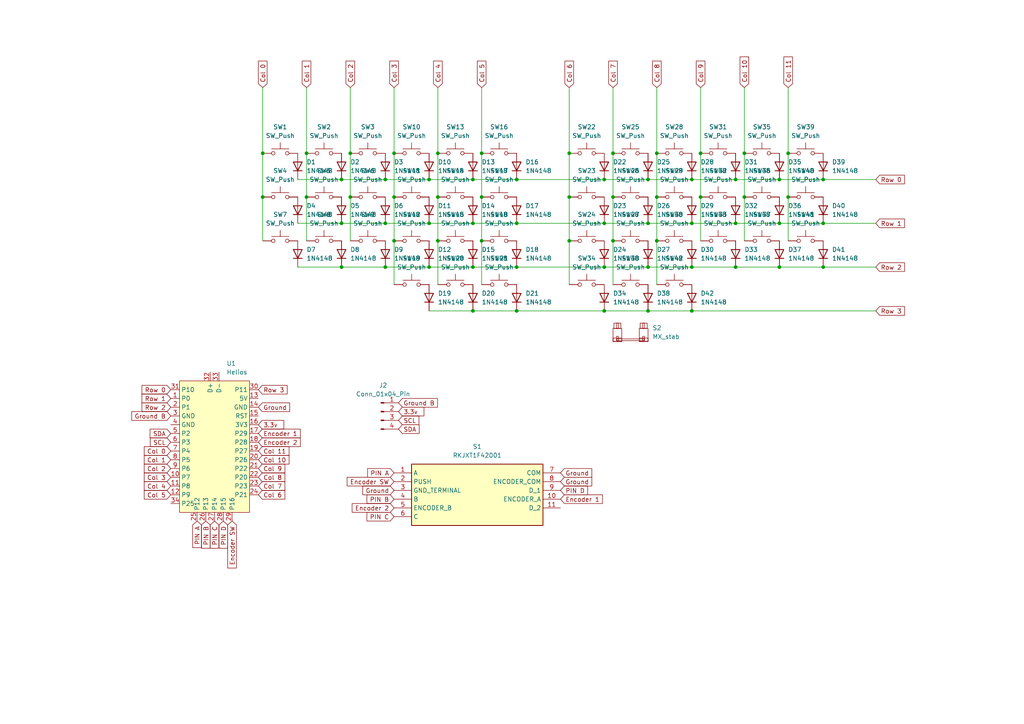
<source format=kicad_sch>
(kicad_sch (version 20231120) (generator "eeschema") (generator_version "8.0")
  (paper "A4")
  (lib_symbols
    (symbol "Connector:Conn_01x04_Pin" (pin_names (offset 1.016) hide)
      (property "Reference" "J" (at 0 5.08 0))
      (property "Value" "Conn_01x04_Pin" (at 0 -7.62 0))
      (symbol "Conn_01x04_Pin_1_1"
        (polyline (pts (xy 1.27 -5.08) (xy 0.8636 -5.08)) (stroke (width 0.1524)))
        (polyline (pts (xy 1.27 -2.54) (xy 0.8636 -2.54)) (stroke (width 0.1524)))
        (polyline (pts (xy 1.27 0) (xy 0.8636 0)) (stroke (width 0.1524)))
        (polyline (pts (xy 1.27 2.54) (xy 0.8636 2.54)) (stroke (width 0.1524)))
        (rectangle (start 0.8636 -4.953) (end 0 -5.207) (stroke (width 0.1524)) (fill (type outline)))
        (rectangle (start 0.8636 -2.413) (end 0 -2.667) (stroke (width 0.1524)) (fill (type outline)))
        (rectangle (start 0.8636 0.127) (end 0 -0.127) (stroke (width 0.1524)) (fill (type outline)))
        (rectangle (start 0.8636 2.667) (end 0 2.413) (stroke (width 0.1524)) (fill (type outline)))
        (pin passive line (at 5.08 2.54 180) (length 3.81) (name "Pin_1") (number "1"))
        (pin passive line (at 5.08 0 180) (length 3.81) (name "Pin_2") (number "2"))
        (pin passive line (at 5.08 -2.54 180) (length 3.81) (name "Pin_3") (number "3"))
        (pin passive line (at 5.08 -5.08 180) (length 3.81) (name "Pin_4") (number "4"))
      )
    )
    (symbol "Diode:1N4148" (pin_numbers hide) (pin_names hide)
      (property "Reference" "D" (at 0 2.54 0))
      (property "Value" "1N4148" (at 0 -2.54 0))
      (symbol "1N4148_0_1"
        (polyline (pts (xy -1.27 1.27) (xy -1.27 -1.27)) (stroke (width 0.254)))
        (polyline (pts (xy 1.27 0) (xy -1.27 0)))
        (polyline (pts (xy 1.27 1.27) (xy 1.27 -1.27) (xy -1.27 0) (xy 1.27 1.27)) (stroke (width 0.254)))
      )
      (symbol "1N4148_1_1"
        (pin passive line (at -3.81 0 0) (length 2.54) (name "K") (number "1"))
        (pin passive line (at 3.81 0 180) (length 2.54) (name "A") (number "2"))
      )
    )
    (symbol "PCM_marbastlib-mx:MX_stab" (pin_names (offset 1.016))
      (property "Reference" "S" (at -5.08 6.35 0))
      (property "Value" "MX_stab" (at -5.08 3.81 0))
      (symbol "MX_stab_0_1"
        (rectangle (start -5.08 -1.524) (end -2.54 -2.54))
        (rectangle (start -5.08 1.27) (end -2.54 -2.54))
        (rectangle (start -4.826 2.794) (end -2.794 1.27))
        (rectangle (start -4.064 -2.286) (end -3.556 -1.016))
        (rectangle (start -4.064 -1.778) (end 4.064 -2.286))
        (rectangle (start -4.064 1.27) (end -3.556 2.794))
        (rectangle (start 2.54 -1.524) (end 5.08 -2.54))
        (rectangle (start 2.54 1.27) (end 5.08 -2.54))
        (rectangle (start 2.794 2.794) (end 4.826 1.27))
        (rectangle (start 3.556 1.27) (end 4.064 2.794))
        (rectangle (start 4.064 -2.286) (end 3.556 -1.016))
      )
    )
    (symbol "PCM_marbastlib-promicroish:Helios" (in_bom no)
      (property "Reference" "U" (at -7.62 22.86 0))
      (property "Value" "Helios" (at -7.62 20.32 0))
      (symbol "Helios_0_0"
        (pin bidirectional line (at -12.7 13.97 0) (length 2.54) (name "P0") (number "1"))
        (pin bidirectional line (at -12.7 -8.89 0) (length 2.54) (name "P7") (number "10"))
        (pin bidirectional line (at -12.7 -11.43 0) (length 2.54) (name "P8") (number "11"))
        (pin bidirectional line (at -12.7 -13.97 0) (length 2.54) (name "P9") (number "12"))
        (pin power_out line (at 12.7 11.43 180) (length 2.54) (name "GND") (number "14"))
        (pin bidirectional line (at 12.7 8.89 180) (length 2.54) (name "RST") (number "15"))
        (pin bidirectional line (at 12.7 3.81 180) (length 2.54) (name "P29") (number "17"))
        (pin bidirectional line (at 12.7 1.27 180) (length 2.54) (name "P28") (number "18"))
        (pin bidirectional line (at 12.7 -1.27 180) (length 2.54) (name "P27") (number "19"))
        (pin bidirectional line (at -12.7 11.43 0) (length 2.54) (name "P1") (number "2"))
        (pin bidirectional line (at 12.7 -3.81 180) (length 2.54) (name "P26") (number "20"))
        (pin bidirectional line (at 12.7 -6.35 180) (length 2.54) (name "P22") (number "21"))
        (pin bidirectional line (at 12.7 -8.89 180) (length 2.54) (name "P20") (number "22"))
        (pin bidirectional line (at 12.7 -11.43 180) (length 2.54) (name "P23") (number "23"))
        (pin bidirectional line (at 12.7 -13.97 180) (length 2.54) (name "P21") (number "24"))
        (pin power_out line (at -12.7 8.89 0) (length 2.54) (name "GND") (number "3"))
        (pin power_out line (at -12.7 6.35 0) (length 2.54) (name "GND") (number "4"))
        (pin bidirectional line (at -12.7 3.81 0) (length 2.54) (name "P2") (number "5"))
        (pin bidirectional line (at -12.7 1.27 0) (length 2.54) (name "P3") (number "6"))
        (pin bidirectional line (at -12.7 -1.27 0) (length 2.54) (name "P4") (number "7"))
        (pin bidirectional line (at -12.7 -3.81 0) (length 2.54) (name "P5") (number "8"))
        (pin bidirectional line (at -12.7 -6.35 0) (length 2.54) (name "P6") (number "9"))
      )
      (symbol "Helios_1_0"
        (pin bidirectional line (at 12.7 13.97 180) (length 2.54) (name "5V") (number "13"))
        (pin power_out line (at 12.7 6.35 180) (length 2.54) (name "3V3") (number "16"))
        (pin bidirectional line (at -5.08 -21.59 90) (length 2.54) (name "P12") (number "25"))
        (pin bidirectional line (at -2.54 -21.59 90) (length 2.54) (name "P13") (number "26"))
        (pin bidirectional line (at 0 -21.59 90) (length 2.54) (name "P14") (number "27"))
        (pin bidirectional line (at 2.54 -21.59 90) (length 2.54) (name "P15") (number "28"))
        (pin bidirectional line (at 5.08 -21.59 90) (length 2.54) (name "P16") (number "29"))
        (pin power_in line (at 12.7 16.51 180) (length 2.54) (name "P11") (number "30"))
        (pin bidirectional line (at -12.7 16.51 0) (length 2.54) (name "P10") (number "31"))
        (pin bidirectional line (at -1.27 21.59 270) (length 2.54) (name "D+") (number "32"))
        (pin bidirectional line (at 1.27 21.59 270) (length 2.54) (name "D-") (number "33"))
        (pin bidirectional line (at -12.7 -16.51 0) (length 2.54) (name "P25") (number "34"))
      )
      (symbol "Helios_1_1"
        (rectangle (start -10.16 19.05) (end 10.16 -19.05) (fill (type background)))
      )
    )
    (symbol "Samacsys:RKJXT1F42001"
      (property "Reference" "S" (at 44.45 7.62 0))
      (property "Value" "RKJXT1F42001" (at 44.45 5.08 0))
      (symbol "RKJXT1F42001_1_1"
        (rectangle (start 5.08 2.54) (end 43.18 -15.24) (stroke (width 0.254)) (fill (type background)))
        (pin passive line (at 0 0 0) (length 5.08) (name "A") (number "1"))
        (pin passive line (at 48.26 -7.62 180) (length 5.08) (name "ENCODER_A") (number "10"))
        (pin passive line (at 48.26 -10.16 180) (length 5.08) (name "D_2") (number "11"))
        (pin passive line (at 0 -2.54 0) (length 5.08) (name "PUSH") (number "2"))
        (pin passive line (at 0 -5.08 0) (length 5.08) (name "GND_TERMINAL") (number "3"))
        (pin passive line (at 0 -7.62 0) (length 5.08) (name "B") (number "4"))
        (pin passive line (at 0 -10.16 0) (length 5.08) (name "ENCODER_B") (number "5"))
        (pin passive line (at 0 -12.7 0) (length 5.08) (name "C") (number "6"))
        (pin passive line (at 48.26 0 180) (length 5.08) (name "COM") (number "7"))
        (pin passive line (at 48.26 -2.54 180) (length 5.08) (name "ENCODER_COM") (number "8"))
        (pin passive line (at 48.26 -5.08 180) (length 5.08) (name "D_1") (number "9"))
      )
    )
    (symbol "Switch:SW_Push" (pin_numbers hide) (pin_names (offset 1.016) hide)
      (property "Reference" "SW" (at 1.27 2.54 0))
      (property "Value" "SW_Push" (at 0 -1.524 0))
      (symbol "SW_Push_0_1"
        (circle (center -2.032 0) (radius 0.508))
        (polyline (pts (xy 0 1.27) (xy 0 3.048)))
        (polyline (pts (xy 2.54 1.27) (xy -2.54 1.27)))
        (circle (center 2.032 0) (radius 0.508))
        (pin passive line (at -5.08 0 0) (length 2.54) (name "1") (number "1"))
        (pin passive line (at 5.08 0 180) (length 2.54) (name "2") (number "2"))
      )
    )
  )
  (junction (at 213.36 64.77))
  (junction (at 187.96 52.07))
  (junction (at 175.26 90.17))
  (junction (at 76.2 57.15))
  (junction (at 213.36 77.47))
  (junction (at 88.9 44.45))
  (junction (at 149.86 90.17))
  (junction (at 226.06 77.47))
  (junction (at 200.66 90.17))
  (junction (at 114.3 44.45))
  (junction (at 238.76 52.07))
  (junction (at 137.16 77.47))
  (junction (at 127 69.85))
  (junction (at 175.26 64.77))
  (junction (at 99.06 52.07))
  (junction (at 139.7 69.85))
  (junction (at 200.66 52.07))
  (junction (at 139.7 57.15))
  (junction (at 238.76 64.77))
  (junction (at 139.7 44.45))
  (junction (at 111.76 77.47))
  (junction (at 114.3 57.15))
  (junction (at 101.6 57.15))
  (junction (at 177.8 44.45))
  (junction (at 149.86 64.77))
  (junction (at 177.8 57.15))
  (junction (at 175.26 52.07))
  (junction (at 187.96 77.47))
  (junction (at 137.16 52.07))
  (junction (at 165.1 44.45))
  (junction (at 127 44.45))
  (junction (at 165.1 69.85))
  (junction (at 101.6 44.45))
  (junction (at 213.36 52.07))
  (junction (at 137.16 90.17))
  (junction (at 203.2 44.45))
  (junction (at 228.6 57.15))
  (junction (at 177.8 69.85))
  (junction (at 200.66 64.77))
  (junction (at 228.6 44.45))
  (junction (at 137.16 64.77))
  (junction (at 226.06 64.77))
  (junction (at 190.5 44.45))
  (junction (at 114.3 69.85))
  (junction (at 203.2 57.15))
  (junction (at 149.86 52.07))
  (junction (at 190.5 57.15))
  (junction (at 190.5 69.85))
  (junction (at 127 57.15))
  (junction (at 175.26 77.47))
  (junction (at 200.66 77.47))
  (junction (at 111.76 52.07))
  (junction (at 88.9 57.15))
  (junction (at 187.96 90.17))
  (junction (at 238.76 77.47))
  (junction (at 215.9 57.15))
  (junction (at 165.1 57.15))
  (junction (at 124.46 64.77))
  (junction (at 215.9 44.45))
  (junction (at 124.46 52.07))
  (junction (at 124.46 77.47))
  (junction (at 99.06 64.77))
  (junction (at 76.2 44.45))
  (junction (at 149.86 77.47))
  (junction (at 226.06 52.07))
  (junction (at 111.76 64.77))
  (junction (at 187.96 64.77))
  (junction (at 99.06 77.47))
  (wire (pts (xy 228.6 25.4) (xy 228.6 44.45)))
  (wire (pts (xy 213.36 77.47) (xy 226.06 77.47)))
  (wire (pts (xy 99.06 77.47) (xy 111.76 77.47)))
  (wire (pts (xy 187.96 90.17) (xy 200.66 90.17)))
  (wire (pts (xy 139.7 69.85) (xy 139.7 82.55)))
  (wire (pts (xy 139.7 25.4) (xy 139.7 44.45)))
  (wire (pts (xy 226.06 77.47) (xy 238.76 77.47)))
  (wire (pts (xy 127 44.45) (xy 127 57.15)))
  (wire (pts (xy 190.5 69.85) (xy 190.5 82.55)))
  (wire (pts (xy 165.1 44.45) (xy 165.1 57.15)))
  (wire (pts (xy 114.3 69.85) (xy 114.3 82.55)))
  (wire (pts (xy 200.66 90.17) (xy 254 90.17)))
  (wire (pts (xy 88.9 44.45) (xy 88.9 57.15)))
  (wire (pts (xy 149.86 64.77) (xy 175.26 64.77)))
  (wire (pts (xy 175.26 52.07) (xy 187.96 52.07)))
  (wire (pts (xy 111.76 64.77) (xy 124.46 64.77)))
  (wire (pts (xy 190.5 25.4) (xy 190.5 44.45)))
  (wire (pts (xy 200.66 77.47) (xy 213.36 77.47)))
  (wire (pts (xy 149.86 77.47) (xy 175.26 77.47)))
  (wire (pts (xy 175.26 77.47) (xy 187.96 77.47)))
  (wire (pts (xy 124.46 77.47) (xy 137.16 77.47)))
  (wire (pts (xy 76.2 44.45) (xy 76.2 57.15)))
  (wire (pts (xy 127 57.15) (xy 127 69.85)))
  (wire (pts (xy 215.9 57.15) (xy 215.9 69.85)))
  (wire (pts (xy 137.16 77.47) (xy 149.86 77.47)))
  (wire (pts (xy 177.8 25.4) (xy 177.8 44.45)))
  (wire (pts (xy 177.8 44.45) (xy 177.8 57.15)))
  (wire (pts (xy 213.36 64.77) (xy 226.06 64.77)))
  (wire (pts (xy 254 52.07) (xy 238.76 52.07)))
  (wire (pts (xy 76.2 57.15) (xy 76.2 69.85)))
  (wire (pts (xy 111.76 52.07) (xy 124.46 52.07)))
  (wire (pts (xy 238.76 77.47) (xy 254 77.47)))
  (wire (pts (xy 124.46 64.77) (xy 137.16 64.77)))
  (wire (pts (xy 215.9 44.45) (xy 215.9 57.15)))
  (wire (pts (xy 200.66 52.07) (xy 213.36 52.07)))
  (wire (pts (xy 213.36 52.07) (xy 226.06 52.07)))
  (wire (pts (xy 187.96 64.77) (xy 200.66 64.77)))
  (wire (pts (xy 165.1 25.4) (xy 165.1 44.45)))
  (wire (pts (xy 139.7 44.45) (xy 139.7 57.15)))
  (wire (pts (xy 88.9 25.4) (xy 88.9 44.45)))
  (wire (pts (xy 149.86 52.07) (xy 175.26 52.07)))
  (wire (pts (xy 88.9 57.15) (xy 88.9 69.85)))
  (wire (pts (xy 86.36 52.07) (xy 99.06 52.07)))
  (wire (pts (xy 99.06 64.77) (xy 111.76 64.77)))
  (wire (pts (xy 149.86 90.17) (xy 175.26 90.17)))
  (wire (pts (xy 203.2 25.4) (xy 203.2 44.45)))
  (wire (pts (xy 114.3 25.4) (xy 114.3 44.45)))
  (wire (pts (xy 228.6 44.45) (xy 228.6 57.15)))
  (wire (pts (xy 165.1 69.85) (xy 165.1 82.55)))
  (wire (pts (xy 114.3 57.15) (xy 114.3 69.85)))
  (wire (pts (xy 101.6 44.45) (xy 101.6 57.15)))
  (wire (pts (xy 99.06 52.07) (xy 111.76 52.07)))
  (wire (pts (xy 111.76 77.47) (xy 124.46 77.47)))
  (wire (pts (xy 203.2 44.45) (xy 203.2 57.15)))
  (wire (pts (xy 226.06 64.77) (xy 238.76 64.77)))
  (wire (pts (xy 139.7 57.15) (xy 139.7 69.85)))
  (wire (pts (xy 137.16 90.17) (xy 149.86 90.17)))
  (wire (pts (xy 124.46 90.17) (xy 137.16 90.17)))
  (wire (pts (xy 101.6 25.4) (xy 101.6 44.45)))
  (wire (pts (xy 200.66 64.77) (xy 213.36 64.77)))
  (wire (pts (xy 228.6 57.15) (xy 228.6 69.85)))
  (wire (pts (xy 86.36 64.77) (xy 99.06 64.77)))
  (wire (pts (xy 203.2 57.15) (xy 203.2 69.85)))
  (wire (pts (xy 165.1 57.15) (xy 165.1 69.85)))
  (wire (pts (xy 114.3 44.45) (xy 114.3 57.15)))
  (wire (pts (xy 215.9 25.4) (xy 215.9 44.45)))
  (wire (pts (xy 76.2 25.4) (xy 76.2 44.45)))
  (wire (pts (xy 127 69.85) (xy 127 82.55)))
  (wire (pts (xy 124.46 52.07) (xy 137.16 52.07)))
  (wire (pts (xy 238.76 64.77) (xy 254 64.77)))
  (wire (pts (xy 137.16 64.77) (xy 149.86 64.77)))
  (wire (pts (xy 175.26 64.77) (xy 187.96 64.77)))
  (wire (pts (xy 101.6 57.15) (xy 101.6 69.85)))
  (wire (pts (xy 190.5 57.15) (xy 190.5 69.85)))
  (wire (pts (xy 187.96 52.07) (xy 200.66 52.07)))
  (wire (pts (xy 177.8 69.85) (xy 177.8 82.55)))
  (wire (pts (xy 177.8 57.15) (xy 177.8 69.85)))
  (wire (pts (xy 190.5 44.45) (xy 190.5 57.15)))
  (wire (pts (xy 127 25.4) (xy 127 44.45)))
  (wire (pts (xy 187.96 77.47) (xy 200.66 77.47)))
  (wire (pts (xy 137.16 52.07) (xy 149.86 52.07)))
  (wire (pts (xy 226.06 52.07) (xy 238.76 52.07)))
  (wire (pts (xy 175.26 90.17) (xy 187.96 90.17)))
  (wire (pts (xy 86.36 77.47) (xy 99.06 77.47)))
  (global_label "PIN A" (shape input) (at 114.3 137.16 180) (property "Intersheetrefs" "${INTERSHEET_REFS}" (effects (hide yes))))
  (global_label "Col 5" (shape input) (at 49.53 143.51 180) (property "Intersheetrefs" "${INTERSHEET_REFS}" (effects (hide yes))))
  (global_label "Ground" (shape input) (at 162.56 137.16 0) (property "Intersheetrefs" "${INTERSHEET_REFS}" (effects (hide yes))))
  (global_label "Encoder SW" (shape input) (at 114.3 139.7 180) (property "Intersheetrefs" "${INTERSHEET_REFS}" (effects (hide yes))))
  (global_label "Row 1" (shape input) (at 49.53 115.57 180) (property "Intersheetrefs" "${INTERSHEET_REFS}" (effects (hide yes))))
  (global_label "Col 0" (shape input) (at 49.53 130.81 180) (property "Intersheetrefs" "${INTERSHEET_REFS}" (effects (hide yes))))
  (global_label "Col 8" (shape input) (at 190.5 25.4 90) (property "Intersheetrefs" "${INTERSHEET_REFS}" (effects (hide yes))))
  (global_label "Ground B" (shape input) (at 115.57 116.84 0) (property "Intersheetrefs" "${INTERSHEET_REFS}" (effects (hide yes))))
  (global_label "Encoder SW" (shape input) (at 67.31 151.13 270) (property "Intersheetrefs" "${INTERSHEET_REFS}" (effects (hide yes))))
  (global_label "Ground" (shape input) (at 74.93 118.11 0) (property "Intersheetrefs" "${INTERSHEET_REFS}" (effects (hide yes))))
  (global_label "Col 2" (shape input) (at 49.53 135.89 180) (property "Intersheetrefs" "${INTERSHEET_REFS}" (effects (hide yes))))
  (global_label "SDA" (shape input) (at 49.53 125.73 180) (property "Intersheetrefs" "${INTERSHEET_REFS}" (effects (hide yes))))
  (global_label "Col 0" (shape input) (at 76.2 25.4 90) (property "Intersheetrefs" "${INTERSHEET_REFS}" (effects (hide yes))))
  (global_label "Row 2" (shape input) (at 49.53 118.11 180) (property "Intersheetrefs" "${INTERSHEET_REFS}" (effects (hide yes))))
  (global_label "Row 0" (shape input) (at 49.53 113.03 180) (property "Intersheetrefs" "${INTERSHEET_REFS}" (effects (hide yes))))
  (global_label "Encoder 1" (shape input) (at 74.93 125.73 0) (property "Intersheetrefs" "${INTERSHEET_REFS}" (effects (hide yes))))
  (global_label "Col 11" (shape input) (at 74.93 130.81 0) (property "Intersheetrefs" "${INTERSHEET_REFS}" (effects (hide yes))))
  (global_label "PIN A" (shape input) (at 57.15 151.13 270) (property "Intersheetrefs" "${INTERSHEET_REFS}" (effects (hide yes))))
  (global_label "PIN D" (shape input) (at 162.56 142.24 0) (property "Intersheetrefs" "${INTERSHEET_REFS}" (effects (hide yes))))
  (global_label "Col 10" (shape input) (at 74.93 133.35 0) (property "Intersheetrefs" "${INTERSHEET_REFS}" (effects (hide yes))))
  (global_label "PIN C" (shape input) (at 114.3 149.86 180) (property "Intersheetrefs" "${INTERSHEET_REFS}" (effects (hide yes))))
  (global_label "Col 5" (shape input) (at 139.7 25.4 90) (property "Intersheetrefs" "${INTERSHEET_REFS}" (effects (hide yes))))
  (global_label "Col 7" (shape input) (at 74.93 140.97 0) (property "Intersheetrefs" "${INTERSHEET_REFS}" (effects (hide yes))))
  (global_label "Row 3" (shape input) (at 254 90.17 0) (property "Intersheetrefs" "${INTERSHEET_REFS}" (effects (hide yes))))
  (global_label "Col 1" (shape input) (at 49.53 133.35 180) (property "Intersheetrefs" "${INTERSHEET_REFS}" (effects (hide yes))))
  (global_label "Col 2" (shape input) (at 101.6 25.4 90) (property "Intersheetrefs" "${INTERSHEET_REFS}" (effects (hide yes))))
  (global_label "Col 6" (shape input) (at 165.1 25.4 90) (property "Intersheetrefs" "${INTERSHEET_REFS}" (effects (hide yes))))
  (global_label "3.3v " (shape input) (at 74.93 123.19 0) (property "Intersheetrefs" "${INTERSHEET_REFS}" (effects (hide yes))))
  (global_label "Encoder 1" (shape input) (at 162.56 144.78 0) (property "Intersheetrefs" "${INTERSHEET_REFS}" (effects (hide yes))))
  (global_label "Col 10" (shape input) (at 215.9 25.4 90) (property "Intersheetrefs" "${INTERSHEET_REFS}" (effects (hide yes))))
  (global_label "Ground B" (shape input) (at 49.53 120.65 180) (property "Intersheetrefs" "${INTERSHEET_REFS}" (effects (hide yes))))
  (global_label "3.3v " (shape input) (at 115.57 119.38 0) (property "Intersheetrefs" "${INTERSHEET_REFS}" (effects (hide yes))))
  (global_label "Col 9" (shape input) (at 203.2 25.4 90) (property "Intersheetrefs" "${INTERSHEET_REFS}" (effects (hide yes))))
  (global_label "Row 0" (shape input) (at 254 52.07 0) (property "Intersheetrefs" "${INTERSHEET_REFS}" (effects (hide yes))))
  (global_label "Col 3" (shape input) (at 49.53 138.43 180) (property "Intersheetrefs" "${INTERSHEET_REFS}" (effects (hide yes))))
  (global_label "Row 1" (shape input) (at 254 64.77 0) (property "Intersheetrefs" "${INTERSHEET_REFS}" (effects (hide yes))))
  (global_label "Ground" (shape input) (at 114.3 142.24 180) (property "Intersheetrefs" "${INTERSHEET_REFS}" (effects (hide yes))))
  (global_label "PIN B" (shape input) (at 114.3 144.78 180) (property "Intersheetrefs" "${INTERSHEET_REFS}" (effects (hide yes))))
  (global_label "SCL" (shape input) (at 115.57 121.92 0) (property "Intersheetrefs" "${INTERSHEET_REFS}" (effects (hide yes))))
  (global_label "Ground" (shape input) (at 162.56 139.7 0) (property "Intersheetrefs" "${INTERSHEET_REFS}" (effects (hide yes))))
  (global_label "Col 4" (shape input) (at 127 25.4 90) (property "Intersheetrefs" "${INTERSHEET_REFS}" (effects (hide yes))))
  (global_label "Col 6" (shape input) (at 74.93 143.51 0) (property "Intersheetrefs" "${INTERSHEET_REFS}" (effects (hide yes))))
  (global_label "Col 7" (shape input) (at 177.8 25.4 90) (property "Intersheetrefs" "${INTERSHEET_REFS}" (effects (hide yes))))
  (global_label "Col 3" (shape input) (at 114.3 25.4 90) (property "Intersheetrefs" "${INTERSHEET_REFS}" (effects (hide yes))))
  (global_label "PIN B" (shape input) (at 59.69 151.13 270) (property "Intersheetrefs" "${INTERSHEET_REFS}" (effects (hide yes))))
  (global_label "Encoder 2" (shape input) (at 114.3 147.32 180) (property "Intersheetrefs" "${INTERSHEET_REFS}" (effects (hide yes))))
  (global_label "SCL" (shape input) (at 49.53 128.27 180) (property "Intersheetrefs" "${INTERSHEET_REFS}" (effects (hide yes))))
  (global_label "Row 2" (shape input) (at 254 77.47 0) (property "Intersheetrefs" "${INTERSHEET_REFS}" (effects (hide yes))))
  (global_label "PIN C" (shape input) (at 62.23 151.13 270) (property "Intersheetrefs" "${INTERSHEET_REFS}" (effects (hide yes))))
  (global_label "Col 9" (shape input) (at 74.93 135.89 0) (property "Intersheetrefs" "${INTERSHEET_REFS}" (effects (hide yes))))
  (global_label "Row 3" (shape input) (at 74.93 113.03 0) (property "Intersheetrefs" "${INTERSHEET_REFS}" (effects (hide yes))))
  (global_label "PIN D" (shape input) (at 64.77 151.13 270) (property "Intersheetrefs" "${INTERSHEET_REFS}" (effects (hide yes))))
  (global_label "Col 4" (shape input) (at 49.53 140.97 180) (property "Intersheetrefs" "${INTERSHEET_REFS}" (effects (hide yes))))
  (global_label "SDA" (shape input) (at 115.57 124.46 0) (property "Intersheetrefs" "${INTERSHEET_REFS}" (effects (hide yes))))
  (global_label "Col 8" (shape input) (at 74.93 138.43 0) (property "Intersheetrefs" "${INTERSHEET_REFS}" (effects (hide yes))))
  (global_label "Col 1" (shape input) (at 88.9 25.4 90) (property "Intersheetrefs" "${INTERSHEET_REFS}" (effects (hide yes))))
  (global_label "Col 11" (shape input) (at 228.6 25.4 90) (property "Intersheetrefs" "${INTERSHEET_REFS}" (effects (hide yes))))
  (global_label "Encoder 2" (shape input) (at 74.93 128.27 0) (property "Intersheetrefs" "${INTERSHEET_REFS}" (effects (hide yes))))
  (symbol (lib_id "Switch:SW_Push") (at 195.58 44.45 0) (unit 1)
    (property "Reference" "SW28" (at 195.58 36.83 0))
    (property "Value" "SW_Push" (at 195.58 39.37 0))
    (property "Footprint" "PCM_marbastlib-mx:SW_MX_1u" (effects (hide yes)))
  )
  (symbol (lib_id "Diode:1N4148") (at 200.66 60.96 90) (unit 1)
    (property "Reference" "D29" (at 203.2 59.69 90) (effects (justify right)))
    (property "Value" "1N4148" (at 203.2 62.23 90) (effects (justify right)))
    (property "Footprint" "Diode_THT:D_DO-35_SOD27_P7.62mm_Horizontal" (effects (hide yes)))
    (property "Datasheet" "https://assets.nexperia.com/documents/data-sheet/1N4148_1N4448.pdf" (effects (hide yes)))
    (property "Sim.Device" "D" (effects (hide yes)))
    (property "Sim.Pins" "1=K 2=A" (effects (hide yes)))
  )
  (symbol (lib_id "Switch:SW_Push") (at 81.28 69.85 0) (unit 1)
    (property "Reference" "SW7" (at 81.28 62.23 0))
    (property "Value" "SW_Push" (at 81.28 64.77 0))
    (property "Footprint" "PCM_marbastlib-mx:SW_MX_1u" (effects (hide yes)))
  )
  (symbol (lib_id "Diode:1N4148") (at 86.36 48.26 90) (unit 1)
    (property "Reference" "D1" (at 88.9 46.99 90) (effects (justify right)))
    (property "Value" "1N4148" (at 88.9 49.53 90) (effects (justify right)))
    (property "Footprint" "Diode_THT:D_DO-35_SOD27_P7.62mm_Horizontal" (effects (hide yes)))
    (property "Datasheet" "https://assets.nexperia.com/documents/data-sheet/1N4148_1N4448.pdf" (effects (hide yes)))
    (property "Sim.Device" "D" (effects (hide yes)))
    (property "Sim.Pins" "1=K 2=A" (effects (hide yes)))
  )
  (symbol (lib_id "Switch:SW_Push") (at 208.28 57.15 0) (unit 1)
    (property "Reference" "SW32" (at 208.28 49.53 0))
    (property "Value" "SW_Push" (at 208.28 52.07 0))
    (property "Footprint" "PCM_marbastlib-mx:SW_MX_1u" (effects (hide yes)))
  )
  (symbol (lib_id "Samacsys:RKJXT1F42001") (at 114.3 137.16 0) (unit 1)
    (property "Reference" "S1" (at 138.43 129.54 0))
    (property "Value" "RKJXT1F42001" (at 138.43 132.08 0))
    (property "Footprint" "Samacsys:RKJXT1F42001" (effects (hide yes)))
    (property "Datasheet" "http://www.alps.com/prod/info/E/HTML/MultiControl/Switch/RKJXT/RKJXT1F42001.html" (effects (hide yes)))
    (property "Description" "Multi-Directional Switches 4 drectnl swtch cntr push w/ an encoder" (effects (hide yes)))
    (property "Height" "17" (effects (hide yes)))
    (property "Mouser Part Number" "688-RKJXT1F42001" (effects (hide yes)))
    (property "Mouser Price/Stock" "https://www.mouser.co.uk/ProductDetail/Alps-Alpine/RKJXT1F42001?qs=6EGMNY9ZYDTsBzSTrhiL0w%3D%3D" (effects (hide yes)))
    (property "Manufacturer_Name" "ALPS Electric" (effects (hide yes)))
    (property "Manufacturer_Part_Number" "RKJXT1F42001" (effects (hide yes)))
  )
  (symbol (lib_id "PCM_marbastlib-mx:MX_stab") (at 182.88 96.52 0) (unit 1)
    (property "Reference" "S2" (at 189.23 95.1229 0) (effects (justify left)))
    (property "Value" "MX_stab" (at 189.23 97.6629 0) (effects (justify left)))
    (property "Footprint" "PCM_marbastlib-mx:STAB_MX_2u" (effects (hide yes)))
    (property "Description" "Cherry MX-style stabilizer" (effects (hide yes)))
  )
  (symbol (lib_id "Diode:1N4148") (at 137.16 73.66 90) (unit 1)
    (property "Reference" "D15" (at 139.7 72.39 90) (effects (justify right)))
    (property "Value" "1N4148" (at 139.7 74.93 90) (effects (justify right)))
    (property "Footprint" "Diode_THT:D_DO-35_SOD27_P7.62mm_Horizontal" (effects (hide yes)))
    (property "Datasheet" "https://assets.nexperia.com/documents/data-sheet/1N4148_1N4448.pdf" (effects (hide yes)))
    (property "Sim.Device" "D" (effects (hide yes)))
    (property "Sim.Pins" "1=K 2=A" (effects (hide yes)))
  )
  (symbol (lib_id "Diode:1N4148") (at 111.76 60.96 90) (unit 1)
    (property "Reference" "D6" (at 114.3 59.69 90) (effects (justify right)))
    (property "Value" "1N4148" (at 114.3 62.23 90) (effects (justify right)))
    (property "Footprint" "Diode_THT:D_DO-35_SOD27_P7.62mm_Horizontal" (effects (hide yes)))
    (property "Datasheet" "https://assets.nexperia.com/documents/data-sheet/1N4148_1N4448.pdf" (effects (hide yes)))
    (property "Sim.Device" "D" (effects (hide yes)))
    (property "Sim.Pins" "1=K 2=A" (effects (hide yes)))
  )
  (symbol (lib_id "Switch:SW_Push") (at 233.68 57.15 0) (unit 1)
    (property "Reference" "SW40" (at 233.68 49.53 0))
    (property "Value" "SW_Push" (at 233.68 52.07 0))
    (property "Footprint" "PCM_marbastlib-mx:SW_MX_1.5u" (effects (hide yes)))
  )
  (symbol (lib_id "Diode:1N4148") (at 213.36 73.66 90) (unit 1)
    (property "Reference" "D33" (at 215.9 72.39 90) (effects (justify right)))
    (property "Value" "1N4148" (at 215.9 74.93 90) (effects (justify right)))
    (property "Footprint" "Diode_THT:D_DO-35_SOD27_P7.62mm_Horizontal" (effects (hide yes)))
    (property "Datasheet" "https://assets.nexperia.com/documents/data-sheet/1N4148_1N4448.pdf" (effects (hide yes)))
    (property "Sim.Device" "D" (effects (hide yes)))
    (property "Sim.Pins" "1=K 2=A" (effects (hide yes)))
  )
  (symbol (lib_id "Switch:SW_Push") (at 182.88 57.15 0) (unit 1)
    (property "Reference" "SW26" (at 182.88 49.53 0))
    (property "Value" "SW_Push" (at 182.88 52.07 0))
    (property "Footprint" "PCM_marbastlib-mx:SW_MX_1u" (effects (hide yes)))
  )
  (symbol (lib_id "Diode:1N4148") (at 137.16 48.26 90) (unit 1)
    (property "Reference" "D13" (at 139.7 46.99 90) (effects (justify right)))
    (property "Value" "1N4148" (at 139.7 49.53 90) (effects (justify right)))
    (property "Footprint" "Diode_THT:D_DO-35_SOD27_P7.62mm_Horizontal" (effects (hide yes)))
    (property "Datasheet" "https://assets.nexperia.com/documents/data-sheet/1N4148_1N4448.pdf" (effects (hide yes)))
    (property "Sim.Device" "D" (effects (hide yes)))
    (property "Sim.Pins" "1=K 2=A" (effects (hide yes)))
  )
  (symbol (lib_id "Diode:1N4148") (at 137.16 86.36 90) (unit 1)
    (property "Reference" "D20" (at 139.7 85.09 90) (effects (justify right)))
    (property "Value" "1N4148" (at 139.7 87.63 90) (effects (justify right)))
    (property "Footprint" "Diode_THT:D_DO-35_SOD27_P7.62mm_Horizontal" (effects (hide yes)))
    (property "Datasheet" "https://assets.nexperia.com/documents/data-sheet/1N4148_1N4448.pdf" (effects (hide yes)))
    (property "Sim.Device" "D" (effects (hide yes)))
    (property "Sim.Pins" "1=K 2=A" (effects (hide yes)))
  )
  (symbol (lib_id "Switch:SW_Push") (at 119.38 44.45 0) (unit 1)
    (property "Reference" "SW10" (at 119.38 36.83 0))
    (property "Value" "SW_Push" (at 119.38 39.37 0))
    (property "Footprint" "PCM_marbastlib-mx:SW_MX_1u" (effects (hide yes)))
  )
  (symbol (lib_id "Switch:SW_Push") (at 195.58 69.85 0) (unit 1)
    (property "Reference" "SW30" (at 195.58 62.23 0))
    (property "Value" "SW_Push" (at 195.58 64.77 0))
    (property "Footprint" "PCM_marbastlib-mx:SW_MX_1u" (effects (hide yes)))
  )
  (symbol (lib_id "Switch:SW_Push") (at 182.88 82.55 0) (unit 1)
    (property "Reference" "SW38" (at 182.88 74.93 0))
    (property "Value" "SW_Push" (at 182.88 77.47 0))
    (property "Footprint" "PCM_marbastlib-mx:SW_MX_1.75u" (effects (hide yes)))
  )
  (symbol (lib_id "Diode:1N4148") (at 238.76 73.66 90) (unit 1)
    (property "Reference" "D41" (at 241.3 72.39 90) (effects (justify right)))
    (property "Value" "1N4148" (at 241.3 74.93 90) (effects (justify right)))
    (property "Footprint" "Diode_THT:D_DO-35_SOD27_P7.62mm_Horizontal" (effects (hide yes)))
    (property "Datasheet" "https://assets.nexperia.com/documents/data-sheet/1N4148_1N4448.pdf" (effects (hide yes)))
    (property "Sim.Device" "D" (effects (hide yes)))
    (property "Sim.Pins" "1=K 2=A" (effects (hide yes)))
  )
  (symbol (lib_id "Diode:1N4148") (at 149.86 73.66 90) (unit 1)
    (property "Reference" "D18" (at 152.4 72.39 90) (effects (justify right)))
    (property "Value" "1N4148" (at 152.4 74.93 90) (effects (justify right)))
    (property "Footprint" "Diode_THT:D_DO-35_SOD27_P7.62mm_Horizontal" (effects (hide yes)))
    (property "Datasheet" "https://assets.nexperia.com/documents/data-sheet/1N4148_1N4448.pdf" (effects (hide yes)))
    (property "Sim.Device" "D" (effects (hide yes)))
    (property "Sim.Pins" "1=K 2=A" (effects (hide yes)))
  )
  (symbol (lib_id "Switch:SW_Push") (at 144.78 82.55 0) (unit 1)
    (property "Reference" "SW21" (at 144.78 74.93 0))
    (property "Value" "SW_Push" (at 144.78 77.47 0))
    (property "Footprint" "PCM_marbastlib-mx:SW_MX_1u" (effects (hide yes)))
  )
  (symbol (lib_id "Diode:1N4148") (at 99.06 48.26 90) (unit 1)
    (property "Reference" "D2" (at 101.6 46.99 90) (effects (justify right)))
    (property "Value" "1N4148" (at 101.6 49.53 90) (effects (justify right)))
    (property "Footprint" "Diode_THT:D_DO-35_SOD27_P7.62mm_Horizontal" (effects (hide yes)))
    (property "Datasheet" "https://assets.nexperia.com/documents/data-sheet/1N4148_1N4448.pdf" (effects (hide yes)))
    (property "Sim.Device" "D" (effects (hide yes)))
    (property "Sim.Pins" "1=K 2=A" (effects (hide yes)))
  )
  (symbol (lib_id "Switch:SW_Push") (at 195.58 57.15 0) (unit 1)
    (property "Reference" "SW29" (at 195.58 49.53 0))
    (property "Value" "SW_Push" (at 195.58 52.07 0))
    (property "Footprint" "PCM_marbastlib-mx:SW_MX_1u" (effects (hide yes)))
  )
  (symbol (lib_id "Switch:SW_Push") (at 195.58 82.55 0) (unit 1)
    (property "Reference" "SW42" (at 195.58 74.93 0))
    (property "Value" "SW_Push" (at 195.58 77.47 0))
    (property "Footprint" "PCM_marbastlib-mx:SW_MX_1u" (effects (hide yes)))
  )
  (symbol (lib_id "Switch:SW_Push") (at 220.98 44.45 0) (unit 1)
    (property "Reference" "SW35" (at 220.98 36.83 0))
    (property "Value" "SW_Push" (at 220.98 39.37 0))
    (property "Footprint" "PCM_marbastlib-mx:SW_MX_1u" (effects (hide yes)))
  )
  (symbol (lib_id "Diode:1N4148") (at 213.36 48.26 90) (unit 1)
    (property "Reference" "D31" (at 215.9 46.99 90) (effects (justify right)))
    (property "Value" "1N4148" (at 215.9 49.53 90) (effects (justify right)))
    (property "Footprint" "Diode_THT:D_DO-35_SOD27_P7.62mm_Horizontal" (effects (hide yes)))
    (property "Datasheet" "https://assets.nexperia.com/documents/data-sheet/1N4148_1N4448.pdf" (effects (hide yes)))
    (property "Sim.Device" "D" (effects (hide yes)))
    (property "Sim.Pins" "1=K 2=A" (effects (hide yes)))
  )
  (symbol (lib_id "Switch:SW_Push") (at 182.88 44.45 0) (unit 1)
    (property "Reference" "SW25" (at 182.88 36.83 0))
    (property "Value" "SW_Push" (at 182.88 39.37 0))
    (property "Footprint" "PCM_marbastlib-mx:SW_MX_1u" (effects (hide yes)))
  )
  (symbol (lib_id "Diode:1N4148") (at 111.76 48.26 90) (unit 1)
    (property "Reference" "D3" (at 114.3 46.99 90) (effects (justify right)))
    (property "Value" "1N4148" (at 114.3 49.53 90) (effects (justify right)))
    (property "Footprint" "Diode_THT:D_DO-35_SOD27_P7.62mm_Horizontal" (effects (hide yes)))
    (property "Datasheet" "https://assets.nexperia.com/documents/data-sheet/1N4148_1N4448.pdf" (effects (hide yes)))
    (property "Sim.Device" "D" (effects (hide yes)))
    (property "Sim.Pins" "1=K 2=A" (effects (hide yes)))
  )
  (symbol (lib_id "Switch:SW_Push") (at 144.78 44.45 0) (unit 1)
    (property "Reference" "SW16" (at 144.78 36.83 0))
    (property "Value" "SW_Push" (at 144.78 39.37 0))
    (property "Footprint" "PCM_marbastlib-mx:SW_MX_1u" (effects (hide yes)))
  )
  (symbol (lib_id "Diode:1N4148") (at 124.46 60.96 90) (unit 1)
    (property "Reference" "D11" (at 127 59.69 90) (effects (justify right)))
    (property "Value" "1N4148" (at 127 62.23 90) (effects (justify right)))
    (property "Footprint" "Diode_THT:D_DO-35_SOD27_P7.62mm_Horizontal" (effects (hide yes)))
    (property "Datasheet" "https://assets.nexperia.com/documents/data-sheet/1N4148_1N4448.pdf" (effects (hide yes)))
    (property "Sim.Device" "D" (effects (hide yes)))
    (property "Sim.Pins" "1=K 2=A" (effects (hide yes)))
  )
  (symbol (lib_id "Switch:SW_Push") (at 106.68 44.45 0) (unit 1)
    (property "Reference" "SW3" (at 106.68 36.83 0))
    (property "Value" "SW_Push" (at 106.68 39.37 0))
    (property "Footprint" "PCM_marbastlib-mx:SW_MX_1u" (effects (hide yes)))
  )
  (symbol (lib_id "Switch:SW_Push") (at 81.28 57.15 0) (unit 1)
    (property "Reference" "SW4" (at 81.28 49.53 0))
    (property "Value" "SW_Push" (at 81.28 52.07 0))
    (property "Footprint" "PCM_marbastlib-mx:SW_MX_1.25u" (effects (hide yes)))
  )
  (symbol (lib_id "Switch:SW_Push") (at 208.28 69.85 0) (unit 1)
    (property "Reference" "SW33" (at 208.28 62.23 0))
    (property "Value" "SW_Push" (at 208.28 64.77 0))
    (property "Footprint" "PCM_marbastlib-mx:SW_MX_1u" (effects (hide yes)))
  )
  (symbol (lib_id "Diode:1N4148") (at 213.36 60.96 90) (unit 1)
    (property "Reference" "D32" (at 215.9 59.69 90) (effects (justify right)))
    (property "Value" "1N4148" (at 215.9 62.23 90) (effects (justify right)))
    (property "Footprint" "Diode_THT:D_DO-35_SOD27_P7.62mm_Horizontal" (effects (hide yes)))
    (property "Datasheet" "https://assets.nexperia.com/documents/data-sheet/1N4148_1N4448.pdf" (effects (hide yes)))
    (property "Sim.Device" "D" (effects (hide yes)))
    (property "Sim.Pins" "1=K 2=A" (effects (hide yes)))
  )
  (symbol (lib_id "Diode:1N4148") (at 200.66 48.26 90) (unit 1)
    (property "Reference" "D28" (at 203.2 46.99 90) (effects (justify right)))
    (property "Value" "1N4148" (at 203.2 49.53 90) (effects (justify right)))
    (property "Footprint" "Diode_THT:D_DO-35_SOD27_P7.62mm_Horizontal" (effects (hide yes)))
    (property "Datasheet" "https://assets.nexperia.com/documents/data-sheet/1N4148_1N4448.pdf" (effects (hide yes)))
    (property "Sim.Device" "D" (effects (hide yes)))
    (property "Sim.Pins" "1=K 2=A" (effects (hide yes)))
  )
  (symbol (lib_id "Switch:SW_Push") (at 233.68 69.85 0) (unit 1)
    (property "Reference" "SW41" (at 233.68 62.23 0))
    (property "Value" "SW_Push" (at 233.68 64.77 0))
    (property "Footprint" "PCM_marbastlib-mx:SW_MX_1u" (effects (hide yes)))
  )
  (symbol (lib_id "Diode:1N4148") (at 124.46 48.26 90) (unit 1)
    (property "Reference" "D10" (at 127 46.99 90) (effects (justify right)))
    (property "Value" "1N4148" (at 127 49.53 90) (effects (justify right)))
    (property "Footprint" "Diode_THT:D_DO-35_SOD27_P7.62mm_Horizontal" (effects (hide yes)))
    (property "Datasheet" "https://assets.nexperia.com/documents/data-sheet/1N4148_1N4448.pdf" (effects (hide yes)))
    (property "Sim.Device" "D" (effects (hide yes)))
    (property "Sim.Pins" "1=K 2=A" (effects (hide yes)))
  )
  (symbol (lib_id "Diode:1N4148") (at 200.66 86.36 90) (unit 1)
    (property "Reference" "D42" (at 203.2 85.09 90) (effects (justify right)))
    (property "Value" "1N4148" (at 203.2 87.63 90) (effects (justify right)))
    (property "Footprint" "Diode_THT:D_DO-35_SOD27_P7.62mm_Horizontal" (effects (hide yes)))
    (property "Datasheet" "https://assets.nexperia.com/documents/data-sheet/1N4148_1N4448.pdf" (effects (hide yes)))
    (property "Sim.Device" "D" (effects (hide yes)))
    (property "Sim.Pins" "1=K 2=A" (effects (hide yes)))
  )
  (symbol (lib_id "Switch:SW_Push") (at 132.08 57.15 0) (unit 1)
    (property "Reference" "SW14" (at 132.08 49.53 0))
    (property "Value" "SW_Push" (at 132.08 52.07 0))
    (property "Footprint" "PCM_marbastlib-mx:SW_MX_1u" (effects (hide yes)))
  )
  (symbol (lib_id "Switch:SW_Push") (at 220.98 69.85 0) (unit 1)
    (property "Reference" "SW37" (at 220.98 62.23 0))
    (property "Value" "SW_Push" (at 220.98 64.77 0))
    (property "Footprint" "PCM_marbastlib-mx:SW_MX_1u" (effects (hide yes)))
  )
  (symbol (lib_id "Diode:1N4148") (at 200.66 73.66 90) (unit 1)
    (property "Reference" "D30" (at 203.2 72.39 90) (effects (justify right)))
    (property "Value" "1N4148" (at 203.2 74.93 90) (effects (justify right)))
    (property "Footprint" "Diode_THT:D_DO-35_SOD27_P7.62mm_Horizontal" (effects (hide yes)))
    (property "Datasheet" "https://assets.nexperia.com/documents/data-sheet/1N4148_1N4448.pdf" (effects (hide yes)))
    (property "Sim.Device" "D" (effects (hide yes)))
    (property "Sim.Pins" "1=K 2=A" (effects (hide yes)))
  )
  (symbol (lib_id "Switch:SW_Push") (at 182.88 69.85 0) (unit 1)
    (property "Reference" "SW27" (at 182.88 62.23 0))
    (property "Value" "SW_Push" (at 182.88 64.77 0))
    (property "Footprint" "PCM_marbastlib-mx:SW_MX_1u" (effects (hide yes)))
  )
  (symbol (lib_id "Diode:1N4148") (at 187.96 48.26 90) (unit 1)
    (property "Reference" "D25" (at 190.5 46.99 90) (effects (justify right)))
    (property "Value" "1N4148" (at 190.5 49.53 90) (effects (justify right)))
    (property "Footprint" "Diode_THT:D_DO-35_SOD27_P7.62mm_Horizontal" (effects (hide yes)))
    (property "Datasheet" "https://assets.nexperia.com/documents/data-sheet/1N4148_1N4448.pdf" (effects (hide yes)))
    (property "Sim.Device" "D" (effects (hide yes)))
    (property "Sim.Pins" "1=K 2=A" (effects (hide yes)))
  )
  (symbol (lib_id "Switch:SW_Push") (at 119.38 82.55 0) (unit 1)
    (property "Reference" "SW19" (at 119.38 74.93 0))
    (property "Value" "SW_Push" (at 119.38 77.47 0))
    (property "Footprint" "PCM_marbastlib-mx:SW_MX_1u" (effects (hide yes)))
  )
  (symbol (lib_id "Diode:1N4148") (at 187.96 60.96 90) (unit 1)
    (property "Reference" "D26" (at 190.5 59.69 90) (effects (justify right)))
    (property "Value" "1N4148" (at 190.5 62.23 90) (effects (justify right)))
    (property "Footprint" "Diode_THT:D_DO-35_SOD27_P7.62mm_Horizontal" (effects (hide yes)))
    (property "Datasheet" "https://assets.nexperia.com/documents/data-sheet/1N4148_1N4448.pdf" (effects (hide yes)))
    (property "Sim.Device" "D" (effects (hide yes)))
    (property "Sim.Pins" "1=K 2=A" (effects (hide yes)))
  )
  (symbol (lib_id "Diode:1N4148") (at 149.86 86.36 90) (unit 1)
    (property "Reference" "D21" (at 152.4 85.09 90) (effects (justify right)))
    (property "Value" "1N4148" (at 152.4 87.63 90) (effects (justify right)))
    (property "Footprint" "Diode_THT:D_DO-35_SOD27_P7.62mm_Horizontal" (effects (hide yes)))
    (property "Datasheet" "https://assets.nexperia.com/documents/data-sheet/1N4148_1N4448.pdf" (effects (hide yes)))
    (property "Sim.Device" "D" (effects (hide yes)))
    (property "Sim.Pins" "1=K 2=A" (effects (hide yes)))
  )
  (symbol (lib_id "Switch:SW_Push") (at 132.08 44.45 0) (unit 1)
    (property "Reference" "SW13" (at 132.08 36.83 0))
    (property "Value" "SW_Push" (at 132.08 39.37 0))
    (property "Footprint" "PCM_marbastlib-mx:SW_MX_1u" (effects (hide yes)))
  )
  (symbol (lib_id "Switch:SW_Push") (at 144.78 69.85 0) (unit 1)
    (property "Reference" "SW18" (at 144.78 62.23 0))
    (property "Value" "SW_Push" (at 144.78 64.77 0))
    (property "Footprint" "PCM_marbastlib-mx:SW_MX_1u" (effects (hide yes)))
  )
  (symbol (lib_id "Switch:SW_Push") (at 132.08 69.85 0) (unit 1)
    (property "Reference" "SW15" (at 132.08 62.23 0))
    (property "Value" "SW_Push" (at 132.08 64.77 0))
    (property "Footprint" "PCM_marbastlib-mx:SW_MX_1u" (effects (hide yes)))
  )
  (symbol (lib_id "Diode:1N4148") (at 124.46 73.66 90) (unit 1)
    (property "Reference" "D12" (at 127 72.39 90) (effects (justify right)))
    (property "Value" "1N4148" (at 127 74.93 90) (effects (justify right)))
    (property "Footprint" "Diode_THT:D_DO-35_SOD27_P7.62mm_Horizontal" (effects (hide yes)))
    (property "Datasheet" "https://assets.nexperia.com/documents/data-sheet/1N4148_1N4448.pdf" (effects (hide yes)))
    (property "Sim.Device" "D" (effects (hide yes)))
    (property "Sim.Pins" "1=K 2=A" (effects (hide yes)))
  )
  (symbol (lib_id "Switch:SW_Push") (at 144.78 57.15 0) (unit 1)
    (property "Reference" "SW17" (at 144.78 49.53 0))
    (property "Value" "SW_Push" (at 144.78 52.07 0))
    (property "Footprint" "PCM_marbastlib-mx:SW_MX_1u" (effects (hide yes)))
  )
  (symbol (lib_id "Diode:1N4148") (at 238.76 48.26 90) (unit 1)
    (property "Reference" "D39" (at 241.3 46.99 90) (effects (justify right)))
    (property "Value" "1N4148" (at 241.3 49.53 90) (effects (justify right)))
    (property "Footprint" "Diode_THT:D_DO-35_SOD27_P7.62mm_Horizontal" (effects (hide yes)))
    (property "Datasheet" "https://assets.nexperia.com/documents/data-sheet/1N4148_1N4448.pdf" (effects (hide yes)))
    (property "Sim.Device" "D" (effects (hide yes)))
    (property "Sim.Pins" "1=K 2=A" (effects (hide yes)))
  )
  (symbol (lib_id "Diode:1N4148") (at 175.26 86.36 90) (unit 1)
    (property "Reference" "D34" (at 177.8 85.09 90) (effects (justify right)))
    (property "Value" "1N4148" (at 177.8 87.63 90) (effects (justify right)))
    (property "Footprint" "Diode_THT:D_DO-35_SOD27_P7.62mm_Horizontal" (effects (hide yes)))
    (property "Datasheet" "https://assets.nexperia.com/documents/data-sheet/1N4148_1N4448.pdf" (effects (hide yes)))
    (property "Sim.Device" "D" (effects (hide yes)))
    (property "Sim.Pins" "1=K 2=A" (effects (hide yes)))
  )
  (symbol (lib_id "Diode:1N4148") (at 99.06 60.96 90) (unit 1)
    (property "Reference" "D5" (at 101.6 59.69 90) (effects (justify right)))
    (property "Value" "1N4148" (at 101.6 62.23 90) (effects (justify right)))
    (property "Footprint" "Diode_THT:D_DO-35_SOD27_P7.62mm_Horizontal" (effects (hide yes)))
    (property "Datasheet" "https://assets.nexperia.com/documents/data-sheet/1N4148_1N4448.pdf" (effects (hide yes)))
    (property "Sim.Device" "D" (effects (hide yes)))
    (property "Sim.Pins" "1=K 2=A" (effects (hide yes)))
  )
  (symbol (lib_id "Switch:SW_Push") (at 220.98 57.15 0) (unit 1)
    (property "Reference" "SW36" (at 220.98 49.53 0))
    (property "Value" "SW_Push" (at 220.98 52.07 0))
    (property "Footprint" "PCM_marbastlib-mx:SW_MX_1u" (effects (hide yes)))
  )
  (symbol (lib_id "Diode:1N4148") (at 226.06 60.96 90) (unit 1)
    (property "Reference" "D36" (at 228.6 59.69 90) (effects (justify right)))
    (property "Value" "1N4148" (at 228.6 62.23 90) (effects (justify right)))
    (property "Footprint" "Diode_THT:D_DO-35_SOD27_P7.62mm_Horizontal" (effects (hide yes)))
    (property "Datasheet" "https://assets.nexperia.com/documents/data-sheet/1N4148_1N4448.pdf" (effects (hide yes)))
    (property "Sim.Device" "D" (effects (hide yes)))
    (property "Sim.Pins" "1=K 2=A" (effects (hide yes)))
  )
  (symbol (lib_id "Diode:1N4148") (at 175.26 73.66 90) (unit 1)
    (property "Reference" "D24" (at 177.8 72.39 90) (effects (justify right)))
    (property "Value" "1N4148" (at 177.8 74.93 90) (effects (justify right)))
    (property "Footprint" "Diode_THT:D_DO-35_SOD27_P7.62mm_Horizontal" (effects (hide yes)))
    (property "Datasheet" "https://assets.nexperia.com/documents/data-sheet/1N4148_1N4448.pdf" (effects (hide yes)))
    (property "Sim.Device" "D" (effects (hide yes)))
    (property "Sim.Pins" "1=K 2=A" (effects (hide yes)))
  )
  (symbol (lib_id "Switch:SW_Push") (at 93.98 44.45 0) (unit 1)
    (property "Reference" "SW2" (at 93.98 36.83 0))
    (property "Value" "SW_Push" (at 93.98 39.37 0))
    (property "Footprint" "PCM_marbastlib-mx:SW_MX_1u" (effects (hide yes)))
  )
  (symbol (lib_id "Switch:SW_Push") (at 119.38 69.85 0) (unit 1)
    (property "Reference" "SW12" (at 119.38 62.23 0))
    (property "Value" "SW_Push" (at 119.38 64.77 0))
    (property "Footprint" "PCM_marbastlib-mx:SW_MX_1u" (effects (hide yes)))
  )
  (symbol (lib_id "Switch:SW_Push") (at 106.68 69.85 0) (unit 1)
    (property "Reference" "SW9" (at 106.68 62.23 0))
    (property "Value" "SW_Push" (at 106.68 64.77 0))
    (property "Footprint" "PCM_marbastlib-mx:SW_MX_1u" (effects (hide yes)))
  )
  (symbol (lib_id "Diode:1N4148") (at 137.16 60.96 90) (unit 1)
    (property "Reference" "D14" (at 139.7 59.69 90) (effects (justify right)))
    (property "Value" "1N4148" (at 139.7 62.23 90) (effects (justify right)))
    (property "Footprint" "Diode_THT:D_DO-35_SOD27_P7.62mm_Horizontal" (effects (hide yes)))
    (property "Datasheet" "https://assets.nexperia.com/documents/data-sheet/1N4148_1N4448.pdf" (effects (hide yes)))
    (property "Sim.Device" "D" (effects (hide yes)))
    (property "Sim.Pins" "1=K 2=A" (effects (hide yes)))
  )
  (symbol (lib_id "Diode:1N4148") (at 86.36 73.66 90) (unit 1)
    (property "Reference" "D7" (at 88.9 72.39 90) (effects (justify right)))
    (property "Value" "1N4148" (at 88.9 74.93 90) (effects (justify right)))
    (property "Footprint" "Diode_THT:D_DO-35_SOD27_P7.62mm_Horizontal" (effects (hide yes)))
    (property "Datasheet" "https://assets.nexperia.com/documents/data-sheet/1N4148_1N4448.pdf" (effects (hide yes)))
    (property "Sim.Device" "D" (effects (hide yes)))
    (property "Sim.Pins" "1=K 2=A" (effects (hide yes)))
  )
  (symbol (lib_id "Switch:SW_Push") (at 233.68 44.45 0) (unit 1)
    (property "Reference" "SW39" (at 233.68 36.83 0))
    (property "Value" "SW_Push" (at 233.68 39.37 0))
    (property "Footprint" "PCM_marbastlib-mx:SW_MX_1.5u" (effects (hide yes)))
  )
  (symbol (lib_id "Diode:1N4148") (at 187.96 73.66 90) (unit 1)
    (property "Reference" "D27" (at 190.5 72.39 90) (effects (justify right)))
    (property "Value" "1N4148" (at 190.5 74.93 90) (effects (justify right)))
    (property "Footprint" "Diode_THT:D_DO-35_SOD27_P7.62mm_Horizontal" (effects (hide yes)))
    (property "Datasheet" "https://assets.nexperia.com/documents/data-sheet/1N4148_1N4448.pdf" (effects (hide yes)))
    (property "Sim.Device" "D" (effects (hide yes)))
    (property "Sim.Pins" "1=K 2=A" (effects (hide yes)))
  )
  (symbol (lib_id "Diode:1N4148") (at 86.36 60.96 90) (unit 1)
    (property "Reference" "D4" (at 88.9 59.69 90) (effects (justify right)))
    (property "Value" "1N4148" (at 88.9 62.23 90) (effects (justify right)))
    (property "Footprint" "Diode_THT:D_DO-35_SOD27_P7.62mm_Horizontal" (effects (hide yes)))
    (property "Datasheet" "https://assets.nexperia.com/documents/data-sheet/1N4148_1N4448.pdf" (effects (hide yes)))
    (property "Sim.Device" "D" (effects (hide yes)))
    (property "Sim.Pins" "1=K 2=A" (effects (hide yes)))
  )
  (symbol (lib_id "Diode:1N4148") (at 149.86 48.26 90) (unit 1)
    (property "Reference" "D16" (at 152.4 46.99 90) (effects (justify right)))
    (property "Value" "1N4148" (at 152.4 49.53 90) (effects (justify right)))
    (property "Footprint" "Diode_THT:D_DO-35_SOD27_P7.62mm_Horizontal" (effects (hide yes)))
    (property "Datasheet" "https://assets.nexperia.com/documents/data-sheet/1N4148_1N4448.pdf" (effects (hide yes)))
    (property "Sim.Device" "D" (effects (hide yes)))
    (property "Sim.Pins" "1=K 2=A" (effects (hide yes)))
  )
  (symbol (lib_id "Switch:SW_Push") (at 132.08 82.55 0) (unit 1)
    (property "Reference" "SW20" (at 132.08 74.93 0))
    (property "Value" "SW_Push" (at 132.08 77.47 0))
    (property "Footprint" "PCM_marbastlib-mx:SW_MX_1.75u" (effects (hide yes)))
  )
  (symbol (lib_id "Connector:Conn_01x04_Pin") (at 110.49 119.38 0) (unit 1)
    (property "Reference" "J2" (at 111.125 111.76 0))
    (property "Value" "Conn_01x04_Pin" (at 111.125 114.3 0))
    (property "Footprint" "Connector_PinHeader_2.54mm:PinHeader_1x04_P2.54mm_Vertical" (effects (hide yes)))
    (property "Description" "Generic connector, single row, 01x04, script generated" (effects (hide yes)))
  )
  (symbol (lib_id "Diode:1N4148") (at 99.06 73.66 90) (unit 1)
    (property "Reference" "D8" (at 101.6 72.39 90) (effects (justify right)))
    (property "Value" "1N4148" (at 101.6 74.93 90) (effects (justify right)))
    (property "Footprint" "Diode_THT:D_DO-35_SOD27_P7.62mm_Horizontal" (effects (hide yes)))
    (property "Datasheet" "https://assets.nexperia.com/documents/data-sheet/1N4148_1N4448.pdf" (effects (hide yes)))
    (property "Sim.Device" "D" (effects (hide yes)))
    (property "Sim.Pins" "1=K 2=A" (effects (hide yes)))
  )
  (symbol (lib_id "Diode:1N4148") (at 149.86 60.96 90) (unit 1)
    (property "Reference" "D17" (at 152.4 59.69 90) (effects (justify right)))
    (property "Value" "1N4148" (at 152.4 62.23 90) (effects (justify right)))
    (property "Footprint" "Diode_THT:D_DO-35_SOD27_P7.62mm_Horizontal" (effects (hide yes)))
    (property "Datasheet" "https://assets.nexperia.com/documents/data-sheet/1N4148_1N4448.pdf" (effects (hide yes)))
    (property "Sim.Device" "D" (effects (hide yes)))
    (property "Sim.Pins" "1=K 2=A" (effects (hide yes)))
  )
  (symbol (lib_id "Switch:SW_Push") (at 119.38 57.15 0) (unit 1)
    (property "Reference" "SW11" (at 119.38 49.53 0))
    (property "Value" "SW_Push" (at 119.38 52.07 0))
    (property "Footprint" "PCM_marbastlib-mx:SW_MX_1u" (effects (hide yes)))
  )
  (symbol (lib_id "Switch:SW_Push") (at 170.18 57.15 0) (unit 1)
    (property "Reference" "SW23" (at 170.18 49.53 0))
    (property "Value" "SW_Push" (at 170.18 52.07 0))
    (property "Footprint" "PCM_marbastlib-mx:SW_MX_1u" (effects (hide yes)))
  )
  (symbol (lib_id "Diode:1N4148") (at 175.26 60.96 90) (unit 1)
    (property "Reference" "D23" (at 177.8 59.69 90) (effects (justify right)))
    (property "Value" "1N4148" (at 177.8 62.23 90) (effects (justify right)))
    (property "Footprint" "Diode_THT:D_DO-35_SOD27_P7.62mm_Horizontal" (effects (hide yes)))
    (property "Datasheet" "https://assets.nexperia.com/documents/data-sheet/1N4148_1N4448.pdf" (effects (hide yes)))
    (property "Sim.Device" "D" (effects (hide yes)))
    (property "Sim.Pins" "1=K 2=A" (effects (hide yes)))
  )
  (symbol (lib_id "Diode:1N4148") (at 226.06 48.26 90) (unit 1)
    (property "Reference" "D35" (at 228.6 46.99 90) (effects (justify right)))
    (property "Value" "1N4148" (at 228.6 49.53 90) (effects (justify right)))
    (property "Footprint" "Diode_THT:D_DO-35_SOD27_P7.62mm_Horizontal" (effects (hide yes)))
    (property "Datasheet" "https://assets.nexperia.com/documents/data-sheet/1N4148_1N4448.pdf" (effects (hide yes)))
    (property "Sim.Device" "D" (effects (hide yes)))
    (property "Sim.Pins" "1=K 2=A" (effects (hide yes)))
  )
  (symbol (lib_id "Switch:SW_Push") (at 170.18 44.45 0) (unit 1)
    (property "Reference" "SW22" (at 170.18 36.83 0))
    (property "Value" "SW_Push" (at 170.18 39.37 0))
    (property "Footprint" "PCM_marbastlib-mx:SW_MX_1u" (effects (hide yes)))
  )
  (symbol (lib_id "Switch:SW_Push") (at 81.28 44.45 0) (unit 1)
    (property "Reference" "SW1" (at 81.28 36.83 0))
    (property "Value" "SW_Push" (at 81.28 39.37 0))
    (property "Footprint" "PCM_marbastlib-mx:SW_MX_1u" (effects (hide yes)))
  )
  (symbol (lib_id "Diode:1N4148") (at 111.76 73.66 90) (unit 1)
    (property "Reference" "D9" (at 114.3 72.39 90) (effects (justify right)))
    (property "Value" "1N4148" (at 114.3 74.93 90) (effects (justify right)))
    (property "Footprint" "Diode_THT:D_DO-35_SOD27_P7.62mm_Horizontal" (effects (hide yes)))
    (property "Datasheet" "https://assets.nexperia.com/documents/data-sheet/1N4148_1N4448.pdf" (effects (hide yes)))
    (property "Sim.Device" "D" (effects (hide yes)))
    (property "Sim.Pins" "1=K 2=A" (effects (hide yes)))
  )
  (symbol (lib_id "Switch:SW_Push") (at 93.98 57.15 0) (unit 1)
    (property "Reference" "SW5" (at 93.98 49.53 0))
    (property "Value" "SW_Push" (at 93.98 52.07 0))
    (property "Footprint" "PCM_marbastlib-mx:SW_MX_1u" (effects (hide yes)))
  )
  (symbol (lib_id "Switch:SW_Push") (at 170.18 69.85 0) (unit 1)
    (property "Reference" "SW24" (at 170.18 62.23 0))
    (property "Value" "SW_Push" (at 170.18 64.77 0))
    (property "Footprint" "PCM_marbastlib-mx:SW_MX_1u" (effects (hide yes)))
  )
  (symbol (lib_id "Diode:1N4148") (at 187.96 86.36 90) (unit 1)
    (property "Reference" "D38" (at 190.5 85.09 90) (effects (justify right)))
    (property "Value" "1N4148" (at 190.5 87.63 90) (effects (justify right)))
    (property "Footprint" "Diode_THT:D_DO-35_SOD27_P7.62mm_Horizontal" (effects (hide yes)))
    (property "Datasheet" "https://assets.nexperia.com/documents/data-sheet/1N4148_1N4448.pdf" (effects (hide yes)))
    (property "Sim.Device" "D" (effects (hide yes)))
    (property "Sim.Pins" "1=K 2=A" (effects (hide yes)))
  )
  (symbol (lib_id "Switch:SW_Push") (at 170.18 82.55 0) (unit 1)
    (property "Reference" "SW34" (at 170.18 74.93 0))
    (property "Value" "SW_Push" (at 170.18 77.47 0))
    (property "Footprint" "PCM_marbastlib-mx:SW_MX_1u" (effects (hide yes)))
  )
  (symbol (lib_id "Switch:SW_Push") (at 208.28 44.45 0) (unit 1)
    (property "Reference" "SW31" (at 208.28 36.83 0))
    (property "Value" "SW_Push" (at 208.28 39.37 0))
    (property "Footprint" "PCM_marbastlib-mx:SW_MX_1u" (effects (hide yes)))
  )
  (symbol (lib_id "Diode:1N4148") (at 238.76 60.96 90) (unit 1)
    (property "Reference" "D40" (at 241.3 59.69 90) (effects (justify right)))
    (property "Value" "1N4148" (at 241.3 62.23 90) (effects (justify right)))
    (property "Footprint" "Diode_THT:D_DO-35_SOD27_P7.62mm_Horizontal" (effects (hide yes)))
    (property "Datasheet" "https://assets.nexperia.com/documents/data-sheet/1N4148_1N4448.pdf" (effects (hide yes)))
    (property "Sim.Device" "D" (effects (hide yes)))
    (property "Sim.Pins" "1=K 2=A" (effects (hide yes)))
  )
  (symbol (lib_id "Diode:1N4148") (at 175.26 48.26 90) (unit 1)
    (property "Reference" "D22" (at 177.8 46.99 90) (effects (justify right)))
    (property "Value" "1N4148" (at 177.8 49.53 90) (effects (justify right)))
    (property "Footprint" "Diode_THT:D_DO-35_SOD27_P7.62mm_Horizontal" (effects (hide yes)))
    (property "Datasheet" "https://assets.nexperia.com/documents/data-sheet/1N4148_1N4448.pdf" (effects (hide yes)))
    (property "Sim.Device" "D" (effects (hide yes)))
    (property "Sim.Pins" "1=K 2=A" (effects (hide yes)))
  )
  (symbol (lib_id "Diode:1N4148") (at 226.06 73.66 90) (unit 1)
    (property "Reference" "D37" (at 228.6 72.39 90) (effects (justify right)))
    (property "Value" "1N4148" (at 228.6 74.93 90) (effects (justify right)))
    (property "Footprint" "Diode_THT:D_DO-35_SOD27_P7.62mm_Horizontal" (effects (hide yes)))
    (property "Datasheet" "https://assets.nexperia.com/documents/data-sheet/1N4148_1N4448.pdf" (effects (hide yes)))
    (property "Sim.Device" "D" (effects (hide yes)))
    (property "Sim.Pins" "1=K 2=A" (effects (hide yes)))
  )
  (symbol (lib_id "Diode:1N4148") (at 124.46 86.36 90) (unit 1)
    (property "Reference" "D19" (at 127 85.09 90) (effects (justify right)))
    (property "Value" "1N4148" (at 127 87.63 90) (effects (justify right)))
    (property "Footprint" "Diode_THT:D_DO-35_SOD27_P7.62mm_Horizontal" (effects (hide yes)))
    (property "Datasheet" "https://assets.nexperia.com/documents/data-sheet/1N4148_1N4448.pdf" (effects (hide yes)))
    (property "Sim.Device" "D" (effects (hide yes)))
    (property "Sim.Pins" "1=K 2=A" (effects (hide yes)))
  )
  (symbol (lib_id "Switch:SW_Push") (at 106.68 57.15 0) (unit 1)
    (property "Reference" "SW6" (at 106.68 49.53 0))
    (property "Value" "SW_Push" (at 106.68 52.07 0))
    (property "Footprint" "PCM_marbastlib-mx:SW_MX_1u" (effects (hide yes)))
  )
  (symbol (lib_id "Switch:SW_Push") (at 93.98 69.85 0) (unit 1)
    (property "Reference" "SW8" (at 93.98 62.23 0))
    (property "Value" "SW_Push" (at 93.98 64.77 0))
    (property "Footprint" "PCM_marbastlib-mx:SW_MX_1u" (effects (hide yes)))
  )
  (symbol (lib_id "PCM_marbastlib-promicroish:Helios") (at 62.23 129.54 0) (unit 1) (in_bom no)
    (property "Reference" "U1" (at 65.6941 105.41 0) (effects (justify left)))
    (property "Value" "Helios" (at 65.6941 107.95 0) (effects (justify left)))
    (property "Footprint" "PCM_marbastlib-xp-promicroish:Helios_ACH" (effects (hide yes)))
    (property "Datasheet" "https://github.com/0xCB-dev/0xCB-Helios" (effects (hide yes)))
    (property "Description" "Symbol for an 0xCB Helios" (effects (hide yes)))
  )
)
</source>
